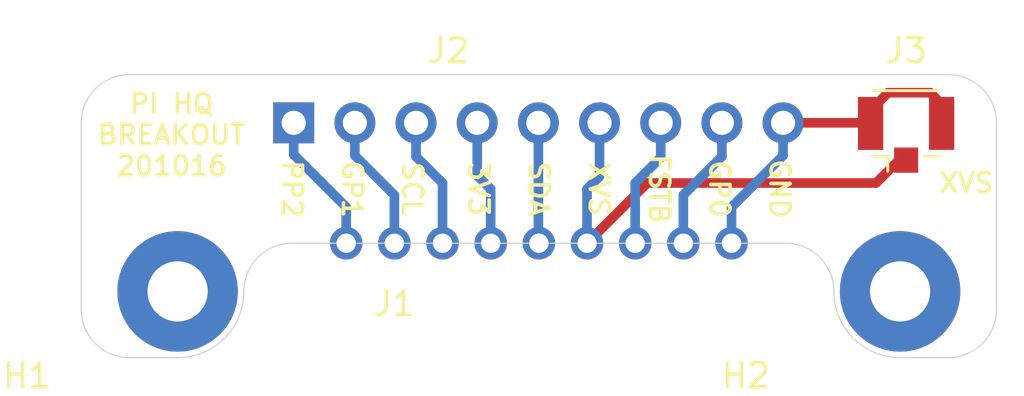
<source format=kicad_pcb>
(kicad_pcb (version 20171130) (host pcbnew "(5.1.7)-1")

  (general
    (thickness 1.6)
    (drawings 28)
    (tracks 37)
    (zones 0)
    (modules 5)
    (nets 10)
  )

  (page A4)
  (layers
    (0 F.Cu signal)
    (31 B.Cu signal)
    (32 B.Adhes user)
    (33 F.Adhes user)
    (34 B.Paste user)
    (35 F.Paste user)
    (36 B.SilkS user)
    (37 F.SilkS user)
    (38 B.Mask user)
    (39 F.Mask user)
    (40 Dwgs.User user)
    (41 Cmts.User user)
    (42 Eco1.User user)
    (43 Eco2.User user)
    (44 Edge.Cuts user)
    (45 Margin user)
    (46 B.CrtYd user)
    (47 F.CrtYd user)
    (48 B.Fab user)
    (49 F.Fab user)
  )

  (setup
    (last_trace_width 0.4)
    (trace_clearance 0.1524)
    (zone_clearance 0.508)
    (zone_45_only no)
    (trace_min 0.1524)
    (via_size 0.8)
    (via_drill 0.4)
    (via_min_size 0.508)
    (via_min_drill 0.254)
    (uvia_size 0.3)
    (uvia_drill 0.1)
    (uvias_allowed no)
    (uvia_min_size 0.2)
    (uvia_min_drill 0.1)
    (edge_width 0.05)
    (segment_width 0.2)
    (pcb_text_width 0.3)
    (pcb_text_size 1.5 1.5)
    (mod_edge_width 0.12)
    (mod_text_size 1 1)
    (mod_text_width 0.15)
    (pad_size 1.35 1.35)
    (pad_drill 0.8)
    (pad_to_mask_clearance 0.0508)
    (solder_mask_min_width 0.1016)
    (aux_axis_origin 0 0)
    (grid_origin 135.89 85.725)
    (visible_elements FFFFFF7F)
    (pcbplotparams
      (layerselection 0x010fc_ffffffff)
      (usegerberextensions false)
      (usegerberattributes true)
      (usegerberadvancedattributes true)
      (creategerberjobfile true)
      (excludeedgelayer true)
      (linewidth 0.100000)
      (plotframeref false)
      (viasonmask false)
      (mode 1)
      (useauxorigin false)
      (hpglpennumber 1)
      (hpglpenspeed 20)
      (hpglpendiameter 15.000000)
      (psnegative false)
      (psa4output false)
      (plotreference true)
      (plotvalue true)
      (plotinvisibletext false)
      (padsonsilk false)
      (subtractmaskfromsilk false)
      (outputformat 1)
      (mirror false)
      (drillshape 1)
      (scaleselection 1)
      (outputdirectory ""))
  )

  (net 0 "")
  (net 1 /PP2)
  (net 2 /GP1)
  (net 3 /SCL)
  (net 4 /3V3)
  (net 5 /SDA)
  (net 6 /XVS)
  (net 7 /FSTB)
  (net 8 /GP0)
  (net 9 /GND)

  (net_class Default "This is the default net class."
    (clearance 0.1524)
    (trace_width 0.4)
    (via_dia 0.8)
    (via_drill 0.4)
    (uvia_dia 0.3)
    (uvia_drill 0.1)
    (add_net /3V3)
    (add_net /FSTB)
    (add_net /GND)
    (add_net /GP0)
    (add_net /GP1)
    (add_net /PP2)
    (add_net /SCL)
    (add_net /SDA)
    (add_net /XVS)
  )

  (module Connector_PinHeader_2.54mm:PinHeader_1x09_P2.54mm_Vertical (layer F.Cu) (tedit 5F89D12F) (tstamp 5F8A2527)
    (at 144.71 82.725 90)
    (descr "Through hole straight pin header, 1x09, 2.54mm pitch, single row")
    (tags "Through hole pin header THT 1x09 2.54mm single row")
    (path /5F8B9796)
    (fp_text reference J2 (at 3 6.43) (layer F.SilkS)
      (effects (font (size 1 1) (thickness 0.15)))
    )
    (fp_text value Header (at 3 10.18) (layer F.Fab)
      (effects (font (size 1 1) (thickness 0.15)))
    )
    (fp_line (start 1.8 -1.8) (end -1.8 -1.8) (layer F.CrtYd) (width 0.05))
    (fp_line (start 1.8 22.1) (end 1.8 -1.8) (layer F.CrtYd) (width 0.05))
    (fp_line (start -1.8 22.1) (end 1.8 22.1) (layer F.CrtYd) (width 0.05))
    (fp_line (start -1.8 -1.8) (end -1.8 22.1) (layer F.CrtYd) (width 0.05))
    (fp_line (start -1.27 -0.635) (end -0.635 -1.27) (layer F.Fab) (width 0.1))
    (fp_line (start -1.27 21.59) (end -1.27 -0.635) (layer F.Fab) (width 0.1))
    (fp_line (start 1.27 21.59) (end -1.27 21.59) (layer F.Fab) (width 0.1))
    (fp_line (start 1.27 -1.27) (end 1.27 21.59) (layer F.Fab) (width 0.1))
    (fp_line (start -0.635 -1.27) (end 1.27 -1.27) (layer F.Fab) (width 0.1))
    (fp_text user %R (at 0 10.16 180) (layer F.Fab)
      (effects (font (size 1 1) (thickness 0.15)))
    )
    (pad 1 thru_hole rect (at 0 0 90) (size 1.7 1.7) (drill 1) (layers *.Cu *.Mask)
      (net 1 /PP2))
    (pad 2 thru_hole oval (at 0 2.54 90) (size 1.7 1.7) (drill 1) (layers *.Cu *.Mask)
      (net 2 /GP1))
    (pad 3 thru_hole oval (at 0 5.08 90) (size 1.7 1.7) (drill 1) (layers *.Cu *.Mask)
      (net 3 /SCL))
    (pad 4 thru_hole oval (at 0 7.62 90) (size 1.7 1.7) (drill 1) (layers *.Cu *.Mask)
      (net 4 /3V3))
    (pad 5 thru_hole oval (at 0 10.16 90) (size 1.7 1.7) (drill 1) (layers *.Cu *.Mask)
      (net 5 /SDA))
    (pad 6 thru_hole oval (at 0 12.7 90) (size 1.7 1.7) (drill 1) (layers *.Cu *.Mask)
      (net 6 /XVS))
    (pad 7 thru_hole oval (at 0 15.24 90) (size 1.7 1.7) (drill 1) (layers *.Cu *.Mask)
      (net 7 /FSTB))
    (pad 8 thru_hole oval (at 0 17.78 90) (size 1.7 1.7) (drill 1) (layers *.Cu *.Mask)
      (net 8 /GP0))
    (pad 9 thru_hole oval (at 0 20.32 90) (size 1.7 1.7) (drill 1) (layers *.Cu *.Mask)
      (net 9 /GND))
    (model ${KISYS3DMOD}/Connector_PinHeader_2.54mm.3dshapes/PinHeader_1x09_P2.54mm_Vertical.wrl
      (at (xyz 0 0 0))
      (scale (xyz 1 1 1))
      (rotate (xyz 0 0 0))
    )
  )

  (module Connector_PinHeader_2.00mm:PinHeader_1x09_P2.00mm_Vertical (layer F.Cu) (tedit 5F89D10B) (tstamp 5F8A2630)
    (at 146.89 87.725 90)
    (descr "Through hole straight pin header, 1x09, 2.00mm pitch, single row")
    (tags "Through hole pin header THT 1x09 2.00mm single row")
    (path /5F8B8BE7)
    (fp_text reference J1 (at -2.5 2) (layer F.SilkS)
      (effects (font (size 1 1) (thickness 0.15)))
    )
    (fp_text value Castellations (at -2.5 8) (layer F.Fab)
      (effects (font (size 1 1) (thickness 0.15)))
    )
    (fp_line (start 1.5 -1.5) (end -1.5 -1.5) (layer F.CrtYd) (width 0.05))
    (fp_line (start 1.5 17.5) (end 1.5 -1.5) (layer F.CrtYd) (width 0.05))
    (fp_line (start -1.5 17.5) (end 1.5 17.5) (layer F.CrtYd) (width 0.05))
    (fp_line (start -1.5 -1.5) (end -1.5 17.5) (layer F.CrtYd) (width 0.05))
    (fp_text user %R (at -2.5 14.25 180) (layer F.Fab)
      (effects (font (size 1 1) (thickness 0.15)))
    )
    (pad 1 thru_hole circle (at 0 0 90) (size 1.35 1.35) (drill 0.8) (layers *.Cu *.Mask)
      (net 1 /PP2))
    (pad 2 thru_hole oval (at 0 2 90) (size 1.35 1.35) (drill 0.8) (layers *.Cu *.Mask)
      (net 2 /GP1))
    (pad 3 thru_hole oval (at 0 4 90) (size 1.35 1.35) (drill 0.8) (layers *.Cu *.Mask)
      (net 3 /SCL))
    (pad 4 thru_hole oval (at 0 6 90) (size 1.35 1.35) (drill 0.8) (layers *.Cu *.Mask)
      (net 4 /3V3))
    (pad 5 thru_hole oval (at 0 8 90) (size 1.35 1.35) (drill 0.8) (layers *.Cu *.Mask)
      (net 5 /SDA))
    (pad 6 thru_hole oval (at 0 10 90) (size 1.35 1.35) (drill 0.8) (layers *.Cu *.Mask)
      (net 6 /XVS))
    (pad 7 thru_hole oval (at 0 12 90) (size 1.35 1.35) (drill 0.8) (layers *.Cu *.Mask)
      (net 7 /FSTB))
    (pad 8 thru_hole oval (at 0 14 90) (size 1.35 1.35) (drill 0.8) (layers *.Cu *.Mask)
      (net 8 /GP0))
    (pad 9 thru_hole oval (at 0 16 90) (size 1.35 1.35) (drill 0.8) (layers *.Cu *.Mask)
      (net 9 /GND))
    (model ${KISYS3DMOD}/Connector_PinHeader_2.00mm.3dshapes/PinHeader_1x09_P2.00mm_Vertical.wrl
      (at (xyz 0 0 0))
      (scale (xyz 1 1 1))
      (rotate (xyz 0 0 0))
    )
  )

  (module MountingHole:MountingHole_2.5mm_Pad (layer F.Cu) (tedit 56D1B4CB) (tstamp 5F8A1C63)
    (at 139.89 89.725)
    (descr "Mounting Hole 2.5mm")
    (tags "mounting hole 2.5mm")
    (path /5F8BAEF5)
    (attr virtual)
    (fp_text reference H1 (at -6.25 3.5) (layer F.SilkS)
      (effects (font (size 1 1) (thickness 0.15)))
    )
    (fp_text value MountingHole (at 0 3.5) (layer F.Fab)
      (effects (font (size 1 1) (thickness 0.15)))
    )
    (fp_circle (center 0 0) (end 2.75 0) (layer F.CrtYd) (width 0.05))
    (fp_circle (center 0 0) (end 2.5 0) (layer Cmts.User) (width 0.15))
    (fp_text user %R (at 0.3 0) (layer F.Fab)
      (effects (font (size 1 1) (thickness 0.15)))
    )
    (pad 1 thru_hole circle (at 0 0) (size 5 5) (drill 2.5) (layers *.Cu *.Mask))
  )

  (module MountingHole:MountingHole_2.5mm_Pad (layer F.Cu) (tedit 56D1B4CB) (tstamp 5F8A1C6B)
    (at 169.89 89.725)
    (descr "Mounting Hole 2.5mm")
    (tags "mounting hole 2.5mm")
    (path /5F8BB1C1)
    (attr virtual)
    (fp_text reference H2 (at -6.4 3.5) (layer F.SilkS)
      (effects (font (size 1 1) (thickness 0.15)))
    )
    (fp_text value MountingHole (at 0 3.5) (layer F.Fab)
      (effects (font (size 1 1) (thickness 0.15)))
    )
    (fp_text user %R (at 0.3 0) (layer F.Fab)
      (effects (font (size 1 1) (thickness 0.15)))
    )
    (fp_circle (center 0 0) (end 2.5 0) (layer Cmts.User) (width 0.15))
    (fp_circle (center 0 0) (end 2.75 0) (layer F.CrtYd) (width 0.05))
    (pad 1 thru_hole circle (at 0 0) (size 5 5) (drill 2.5) (layers *.Cu *.Mask))
  )

  (module Connector_Coaxial:U.FL_Hirose_U.FL-R-SMT-1_Vertical (layer F.Cu) (tedit 5A1DBFC3) (tstamp 5F8A3DF7)
    (at 170.14 83.225 90)
    (descr "Hirose U.FL Coaxial https://www.hirose.com/product/en/products/U.FL/U.FL-R-SMT-1%2810%29/")
    (tags "Hirose U.FL Coaxial")
    (path /5F8C3B17)
    (attr smd)
    (fp_text reference J3 (at 3.5 0 180) (layer F.SilkS)
      (effects (font (size 1 1) (thickness 0.15)))
    )
    (fp_text value Conn_Coaxial (at 0.475 3.2 90) (layer F.Fab)
      (effects (font (size 1 1) (thickness 0.15)))
    )
    (fp_line (start -1.32 -1) (end -2.02 -1) (layer F.CrtYd) (width 0.05))
    (fp_line (start -1.32 1.8) (end -1.32 1) (layer F.CrtYd) (width 0.05))
    (fp_line (start -1.32 -1.8) (end -1.12 -1.8) (layer F.CrtYd) (width 0.05))
    (fp_line (start -1.12 -1.8) (end -1.12 -2.5) (layer F.CrtYd) (width 0.05))
    (fp_line (start 2.08 -2.5) (end -1.12 -2.5) (layer F.CrtYd) (width 0.05))
    (fp_line (start -1.32 -1) (end -1.32 -1.8) (layer F.CrtYd) (width 0.05))
    (fp_line (start 2.08 -1.8) (end 2.08 -2.5) (layer F.CrtYd) (width 0.05))
    (fp_line (start 2.08 -1.8) (end 2.28 -1.8) (layer F.CrtYd) (width 0.05))
    (fp_line (start -0.885 -1.4) (end -0.885 -0.76) (layer F.SilkS) (width 0.12))
    (fp_line (start -0.425 1.5) (end -0.425 1.3) (layer F.Fab) (width 0.1))
    (fp_line (start -0.425 1.3) (end -0.825 1.3) (layer F.Fab) (width 0.1))
    (fp_line (start -0.825 0.3) (end -0.825 1.3) (layer F.Fab) (width 0.1))
    (fp_line (start -1.075 0.3) (end -0.825 0.3) (layer F.Fab) (width 0.1))
    (fp_line (start -1.075 0.3) (end -1.075 -0.15) (layer F.Fab) (width 0.1))
    (fp_line (start -0.925 -0.3) (end -0.825 -0.3) (layer F.Fab) (width 0.1))
    (fp_line (start -0.825 -0.3) (end -0.825 -1.3) (layer F.Fab) (width 0.1))
    (fp_line (start -0.425 -1.5) (end -0.425 -1.3) (layer F.Fab) (width 0.1))
    (fp_line (start -0.425 -1.3) (end -0.825 -1.3) (layer F.Fab) (width 0.1))
    (fp_line (start -0.425 1.5) (end 1.375 1.5) (layer F.Fab) (width 0.1))
    (fp_line (start 1.375 1.5) (end 1.375 1.3) (layer F.Fab) (width 0.1))
    (fp_line (start 1.775 1.3) (end 1.375 1.3) (layer F.Fab) (width 0.1))
    (fp_line (start 1.775 -1.3) (end 1.775 1.3) (layer F.Fab) (width 0.1))
    (fp_line (start -0.425 -1.5) (end 1.375 -1.5) (layer F.Fab) (width 0.1))
    (fp_line (start 1.375 -1.5) (end 1.375 -1.3) (layer F.Fab) (width 0.1))
    (fp_line (start 1.775 -1.3) (end 1.375 -1.3) (layer F.Fab) (width 0.1))
    (fp_line (start -0.925 -0.3) (end -1.075 -0.15) (layer F.Fab) (width 0.1))
    (fp_line (start -0.885 1.4) (end -0.885 0.76) (layer F.SilkS) (width 0.12))
    (fp_line (start -0.885 -0.76) (end -1.515 -0.76) (layer F.SilkS) (width 0.12))
    (fp_line (start 1.835 -1.35) (end 1.835 1.35) (layer F.SilkS) (width 0.12))
    (fp_line (start 2.08 2.5) (end -1.12 2.5) (layer F.CrtYd) (width 0.05))
    (fp_line (start -1.12 2.5) (end -1.12 1.8) (layer F.CrtYd) (width 0.05))
    (fp_line (start -1.32 1.8) (end -1.12 1.8) (layer F.CrtYd) (width 0.05))
    (fp_line (start 2.28 1.8) (end 2.28 -1.8) (layer F.CrtYd) (width 0.05))
    (fp_line (start 2.08 2.5) (end 2.08 1.8) (layer F.CrtYd) (width 0.05))
    (fp_line (start 2.08 1.8) (end 2.28 1.8) (layer F.CrtYd) (width 0.05))
    (fp_line (start -1.32 1) (end -2.02 1) (layer F.CrtYd) (width 0.05))
    (fp_line (start -2.02 1) (end -2.02 -1) (layer F.CrtYd) (width 0.05))
    (fp_text user %R (at 0.475 0) (layer F.Fab)
      (effects (font (size 0.6 0.6) (thickness 0.09)))
    )
    (pad 2 smd rect (at 0.475 1.475 90) (size 2.2 1.05) (layers F.Cu F.Paste F.Mask)
      (net 9 /GND))
    (pad 1 smd rect (at -1.05 0 90) (size 1.05 1) (layers F.Cu F.Paste F.Mask)
      (net 6 /XVS))
    (pad 2 smd rect (at 0.475 -1.475 90) (size 2.2 1.05) (layers F.Cu F.Paste F.Mask)
      (net 9 /GND))
    (model ${KISYS3DMOD}/Connector_Coaxial.3dshapes/U.FL_Hirose_U.FL-R-SMT-1_Vertical.wrl
      (offset (xyz 0.4749999928262157 0 0))
      (scale (xyz 1 1 1))
      (rotate (xyz 0 0 0))
    )
  )

  (gr_text XVS (at 172.64 85.225) (layer F.SilkS) (tstamp 5F8A40F0)
    (effects (font (size 0.8 0.8) (thickness 0.15)))
  )
  (gr_text "PI HQ\nBREAKOUT\n201016" (at 139.64 83.225) (layer F.SilkS) (tstamp 5F8A2D06)
    (effects (font (size 0.8 0.8) (thickness 0.15)))
  )
  (gr_arc (start 165.14 89.725) (end 167.14 89.725) (angle -90) (layer Edge.Cuts) (width 0.05))
  (gr_arc (start 144.64 89.725) (end 144.64 87.725) (angle -90) (layer Edge.Cuts) (width 0.05))
  (gr_arc (start 137.89 90.475) (end 135.89 90.475) (angle -90) (layer Edge.Cuts) (width 0.05))
  (gr_arc (start 171.89 90.475) (end 171.89 92.475) (angle -90) (layer Edge.Cuts) (width 0.05))
  (gr_arc (start 171.89 82.725) (end 173.89 82.725) (angle -90) (layer Edge.Cuts) (width 0.05))
  (gr_arc (start 137.89 82.725) (end 137.89 80.725) (angle -90) (layer Edge.Cuts) (width 0.05))
  (gr_text GND (at 164.89 85.475 270) (layer F.SilkS) (tstamp 5F8A276F)
    (effects (font (size 0.8 0.8) (thickness 0.15)))
  )
  (gr_text GP0 (at 162.39 85.475 270) (layer F.SilkS) (tstamp 5F8A276F)
    (effects (font (size 0.8 0.8) (thickness 0.15)))
  )
  (gr_text FSTB (at 159.89 85.475 270) (layer F.SilkS) (tstamp 5F8A276F)
    (effects (font (size 0.8 0.8) (thickness 0.15)))
  )
  (gr_text XVS (at 157.39 85.475 270) (layer F.SilkS) (tstamp 5F8A276F)
    (effects (font (size 0.8 0.8) (thickness 0.15)))
  )
  (gr_text SDA (at 154.89 85.475 270) (layer F.SilkS) (tstamp 5F8A276F)
    (effects (font (size 0.8 0.8) (thickness 0.15)))
  )
  (gr_text 3V3 (at 152.39 85.475 270) (layer F.SilkS) (tstamp 5F8A276F)
    (effects (font (size 0.8 0.8) (thickness 0.15)))
  )
  (gr_text SCL (at 149.64 85.475 270) (layer F.SilkS) (tstamp 5F8A276F)
    (effects (font (size 0.8 0.8) (thickness 0.15)))
  )
  (gr_text GP1 (at 147.14 85.475 270) (layer F.SilkS) (tstamp 5F8A276F)
    (effects (font (size 0.8 0.8) (thickness 0.15)))
  )
  (gr_text PP2 (at 144.64 85.475 270) (layer F.SilkS)
    (effects (font (size 0.8 0.8) (thickness 0.15)))
  )
  (gr_line (start 139.89 92.475) (end 137.89 92.475) (layer Edge.Cuts) (width 0.05) (tstamp 5F8A25BC))
  (gr_line (start 169.89 92.475) (end 171.89 92.475) (layer Edge.Cuts) (width 0.05) (tstamp 5F8A25BB))
  (gr_arc (start 169.89 89.725) (end 167.14 89.725) (angle -90) (layer Edge.Cuts) (width 0.05))
  (gr_arc (start 139.89 89.725) (end 139.89 92.475) (angle -90) (layer Edge.Cuts) (width 0.05))
  (gr_line (start 173.89 82.725) (end 173.89 90.475) (layer Edge.Cuts) (width 0.05))
  (gr_line (start 135.89 82.725) (end 135.89 90.475) (layer Edge.Cuts) (width 0.05))
  (gr_line (start 137.89 80.725) (end 171.89 80.725) (layer Edge.Cuts) (width 0.05))
  (gr_line (start 144.64 87.725) (end 165.14 87.725) (layer Edge.Cuts) (width 0.05))
  (gr_line (start 135.89 89.725) (end 135.89 85.725) (layer Dwgs.User) (width 0.15) (tstamp 5F8A1F9A))
  (gr_line (start 173.89 85.725) (end 173.89 89.725) (layer Dwgs.User) (width 0.15))
  (gr_line (start 135.89 85.725) (end 173.89 85.725) (layer Dwgs.User) (width 0.15))

  (segment (start 144.71 82.725) (end 144.71 84.045) (width 0.4) (layer B.Cu) (net 1))
  (segment (start 146.89 86.225) (end 146.89 87.34759) (width 0.4) (layer B.Cu) (net 1))
  (segment (start 144.71 84.045) (end 146.89 86.225) (width 0.4) (layer B.Cu) (net 1))
  (segment (start 147.25 82.725) (end 147.25 84.085) (width 0.4) (layer B.Cu) (net 2))
  (segment (start 148.89 85.725) (end 148.89 87.34759) (width 0.4) (layer B.Cu) (net 2))
  (segment (start 147.25 84.085) (end 148.89 85.725) (width 0.4) (layer B.Cu) (net 2))
  (segment (start 149.79 82.725) (end 149.79 84.125) (width 0.4) (layer B.Cu) (net 3))
  (segment (start 150.89 85.225) (end 150.89 87.34759) (width 0.4) (layer B.Cu) (net 3))
  (segment (start 149.79 84.125) (end 150.89 85.225) (width 0.4) (layer B.Cu) (net 3))
  (segment (start 152.33 82.725) (end 152.33 84.915) (width 0.4) (layer B.Cu) (net 4))
  (segment (start 152.89 85.475) (end 152.89 87.34759) (width 0.4) (layer B.Cu) (net 4))
  (segment (start 152.33 84.915) (end 152.89 85.475) (width 0.4) (layer B.Cu) (net 4))
  (segment (start 154.87 87.705) (end 154.89 87.725) (width 0.4) (layer F.Cu) (net 5))
  (segment (start 154.87 82.725) (end 154.87 87.34759) (width 0.4) (layer B.Cu) (net 5))
  (segment (start 170.14 84.275) (end 169.84 84.275) (width 0.4) (layer F.Cu) (net 6))
  (segment (start 169.84 84.275) (end 168.89 85.225) (width 0.4) (layer F.Cu) (net 6))
  (segment (start 159.39 85.225) (end 157.26741 87.34759) (width 0.4) (layer F.Cu) (net 6))
  (segment (start 168.89 85.225) (end 159.39 85.225) (width 0.4) (layer F.Cu) (net 6))
  (segment (start 157.41 82.725) (end 157.41 84.955) (width 0.4) (layer B.Cu) (net 6))
  (segment (start 156.89 85.475) (end 156.89 87.34759) (width 0.4) (layer B.Cu) (net 6))
  (segment (start 157.41 84.955) (end 156.89 85.475) (width 0.4) (layer B.Cu) (net 6))
  (segment (start 159.95 82.725) (end 159.95 84.165) (width 0.4) (layer B.Cu) (net 7))
  (segment (start 158.89 85.225) (end 158.89 87.34759) (width 0.4) (layer B.Cu) (net 7))
  (segment (start 159.95 84.165) (end 158.89 85.225) (width 0.4) (layer B.Cu) (net 7))
  (segment (start 162.49 82.725) (end 162.49 84.125) (width 0.4) (layer B.Cu) (net 8))
  (segment (start 160.89 85.725) (end 160.89 87.34759) (width 0.4) (layer B.Cu) (net 8))
  (segment (start 162.49 84.125) (end 160.89 85.725) (width 0.4) (layer B.Cu) (net 8))
  (segment (start 168.64 82.725) (end 168.665 82.75) (width 0.4) (layer F.Cu) (net 9))
  (segment (start 165.03 82.725) (end 168.64 82.725) (width 0.4) (layer F.Cu) (net 9))
  (segment (start 171.615 81.95) (end 171.615 82.75) (width 0.4) (layer F.Cu) (net 9))
  (segment (start 171.14 81.475) (end 171.615 81.95) (width 0.4) (layer F.Cu) (net 9))
  (segment (start 169.39 81.475) (end 171.14 81.475) (width 0.4) (layer F.Cu) (net 9))
  (segment (start 168.665 82.2) (end 169.39 81.475) (width 0.4) (layer F.Cu) (net 9))
  (segment (start 168.665 82.75) (end 168.665 82.2) (width 0.4) (layer F.Cu) (net 9))
  (segment (start 165.03 82.725) (end 165.03 84.085) (width 0.4) (layer B.Cu) (net 9))
  (segment (start 162.89 86.225) (end 162.89 87.34759) (width 0.4) (layer B.Cu) (net 9))
  (segment (start 165.03 84.085) (end 162.89 86.225) (width 0.4) (layer B.Cu) (net 9))

)

</source>
